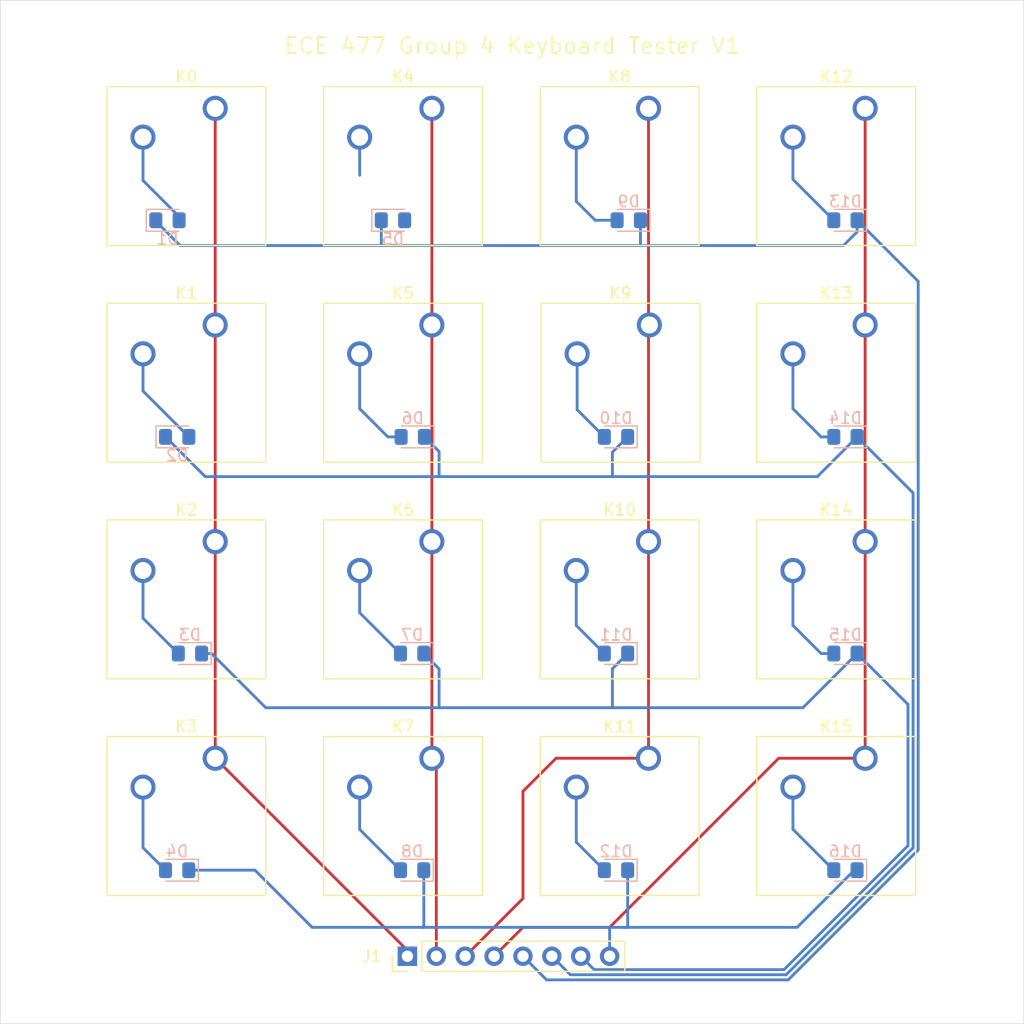
<source format=kicad_pcb>
(kicad_pcb (version 20211014) (generator pcbnew)
  (layers (0 "F.Cu" signal) (31 "B.Cu" signal) (34 "B.Paste" user) (35 "F.Paste" user) (36 "B.SilkS" user "B.Silkscreen") (37 "F.SilkS" user "F.Silkscreen") (38 "B.Mask" user) (39 "F.Mask" user) (44 "Edge.Cuts" user))
  (net 0 "")
  (net 1 "Net-(D1-Pad2)")
  (net 2 "/row0")
  (net 3 "Net-(D2-Pad2)")
  (net 4 "/row1")
  (net 5 "Net-(D3-Pad2)")
  (net 6 "/row2")
  (net 7 "Net-(D4-Pad2)")
  (net 8 "/row3")
  (net 9 "Net-(D5-Pad2)")
  (net 10 "Net-(D6-Pad2)")
  (net 11 "Net-(D7-Pad2)")
  (net 12 "Net-(D8-Pad2)")
  (net 13 "Net-(D9-Pad2)")
  (net 14 "Net-(D10-Pad2)")
  (net 15 "Net-(D11-Pad2)")
  (net 16 "Net-(D12-Pad2)")
  (net 17 "Net-(D13-Pad2)")
  (net 18 "Net-(D14-Pad2)")
  (net 19 "Net-(D15-Pad2)")
  (net 20 "Net-(D16-Pad2)")
  (net 21 "/col0")
  (net 22 "/col1")
  (net 23 "/col2")
  (net 24 "/col3")
  (footprint "Button_Switch_Keyboard:SW_Cherry_MX_1.00u_PCB" (layer "F.Cu") (at 33.9 24.5)
    (fp_text reference "K0" (at -2.54 -2.794) (layer "F.SilkS"))
    (fp_text value "KEYSW")
    (fp_line (start 4.445 12.065) (end -9.525 12.065) (layer "F.SilkS") (width 0.12))
    (fp_line (start -9.525 -1.905) (end 4.445 -1.905) (layer "F.SilkS") (width 0.12))
    (fp_line (start -9.525 12.065) (end -9.525 -1.905) (layer "F.SilkS") (width 0.12))
    (fp_line (start 4.445 -1.905) (end 4.445 12.065) (layer "F.SilkS") (width 0.12))
    (pad "" np_thru_hole circle (at 2.54 5.08) (size 1.7 1.7) (drill 1.7) (layers *.Cu *.Mask))
    (pad "" np_thru_hole circle (at -2.54 5.08) (size 4 4) (drill 4) (layers *.Cu *.Mask))
    (pad "" np_thru_hole circle (at -7.62 5.08) (size 1.7 1.7) (drill 1.7) (layers *.Cu *.Mask))
    (pad "1" thru_hole circle (at 0 0) (size 2.2 2.2) (drill 1.5) (layers *.Cu *.Mask) (net 21 "/col0"))
    (pad "2" thru_hole circle (at -6.35 2.54) (size 2.2 2.2) (drill 1.5) (layers *.Cu *.Mask) (net 1 "Net-(D1-Pad2)"))
  )
  (footprint "Button_Switch_Keyboard:SW_Cherry_MX_1.00u_PCB" (layer "F.Cu") (at 33.9 43.55)
    (fp_text reference "K1" (at -2.54 -2.794) (layer "F.SilkS"))
    (fp_text value "KEYSW")
    (fp_line (start -9.525 12.065) (end -9.525 -1.905) (layer "F.SilkS") (width 0.12))
    (fp_line (start -9.525 -1.905) (end 4.445 -1.905) (layer "F.SilkS") (width 0.12))
    (fp_line (start 4.445 12.065) (end -9.525 12.065) (layer "F.SilkS") (width 0.12))
    (fp_line (start 4.445 -1.905) (end 4.445 12.065) (layer "F.SilkS") (width 0.12))
    (pad "" np_thru_hole circle (at -7.62 5.08) (size 1.7 1.7) (drill 1.7) (layers *.Cu *.Mask))
    (pad "" np_thru_hole circle (at 2.54 5.08) (size 1.7 1.7) (drill 1.7) (layers *.Cu *.Mask))
    (pad "" np_thru_hole circle (at -2.54 5.08) (size 4 4) (drill 4) (layers *.Cu *.Mask))
    (pad "1" thru_hole circle (at 0 0) (size 2.2 2.2) (drill 1.5) (layers *.Cu *.Mask) (net 21 "/col0"))
    (pad "2" thru_hole circle (at -6.35 2.54) (size 2.2 2.2) (drill 1.5) (layers *.Cu *.Mask) (net 3 "Net-(D2-Pad2)"))
  )
  (footprint "Button_Switch_Keyboard:SW_Cherry_MX_1.00u_PCB" (layer "F.Cu") (at 33.9 62.6)
    (fp_text reference "K2" (at -2.54 -2.794) (layer "F.SilkS"))
    (fp_text value "KEYSW")
    (fp_line (start -9.525 12.065) (end -9.525 -1.905) (layer "F.SilkS") (width 0.12))
    (fp_line (start -9.525 -1.905) (end 4.445 -1.905) (layer "F.SilkS") (width 0.12))
    (fp_line (start 4.445 -1.905) (end 4.445 12.065) (layer "F.SilkS") (width 0.12))
    (fp_line (start 4.445 12.065) (end -9.525 12.065) (layer "F.SilkS") (width 0.12))
    (pad "" np_thru_hole circle (at -2.54 5.08) (size 4 4) (drill 4) (layers *.Cu *.Mask))
    (pad "" np_thru_hole circle (at 2.54 5.08) (size 1.7 1.7) (drill 1.7) (layers *.Cu *.Mask))
    (pad "" np_thru_hole circle (at -7.62 5.08) (size 1.7 1.7) (drill 1.7) (layers *.Cu *.Mask))
    (pad "1" thru_hole circle (at 0 0) (size 2.2 2.2) (drill 1.5) (layers *.Cu *.Mask) (net 21 "/col0"))
    (pad "2" thru_hole circle (at -6.35 2.54) (size 2.2 2.2) (drill 1.5) (layers *.Cu *.Mask) (net 5 "Net-(D3-Pad2)"))
  )
  (footprint "Button_Switch_Keyboard:SW_Cherry_MX_1.00u_PCB" (layer "F.Cu") (at 33.9 81.65)
    (fp_text reference "K3" (at -2.54 -2.794) (layer "F.SilkS"))
    (fp_text value "KEYSW")
    (fp_line (start -9.525 12.065) (end -9.525 -1.905) (layer "F.SilkS") (width 0.12))
    (fp_line (start 4.445 12.065) (end -9.525 12.065) (layer "F.SilkS") (width 0.12))
    (fp_line (start 4.445 -1.905) (end 4.445 12.065) (layer "F.SilkS") (width 0.12))
    (fp_line (start -9.525 -1.905) (end 4.445 -1.905) (layer "F.SilkS") (width 0.12))
    (pad "" np_thru_hole circle (at -7.62 5.08) (size 1.7 1.7) (drill 1.7) (layers *.Cu *.Mask))
    (pad "" np_thru_hole circle (at -2.54 5.08) (size 4 4) (drill 4) (layers *.Cu *.Mask))
    (pad "" np_thru_hole circle (at 2.54 5.08) (size 1.7 1.7) (drill 1.7) (layers *.Cu *.Mask))
    (pad "1" thru_hole circle (at 0 0) (size 2.2 2.2) (drill 1.5) (layers *.Cu *.Mask) (net 21 "/col0"))
    (pad "2" thru_hole circle (at -6.35 2.54) (size 2.2 2.2) (drill 1.5) (layers *.Cu *.Mask) (net 7 "Net-(D4-Pad2)"))
  )
  (footprint "Button_Switch_Keyboard:SW_Cherry_MX_1.00u_PCB" (layer "F.Cu") (at 52.95 24.5)
    (fp_text reference "K4" (at -2.54 -2.794) (layer "F.SilkS"))
    (fp_text value "KEYSW")
    (fp_line (start -9.525 12.065) (end -9.525 -1.905) (layer "F.SilkS") (width 0.12))
    (fp_line (start 4.445 -1.905) (end 4.445 12.065) (layer "F.SilkS") (width 0.12))
    (fp_line (start 4.445 12.065) (end -9.525 12.065) (layer "F.SilkS") (width 0.12))
    (fp_line (start -9.525 -1.905) (end 4.445 -1.905) (layer "F.SilkS") (width 0.12))
    (pad "" np_thru_hole circle (at -7.62 5.08) (size 1.7 1.7) (drill 1.7) (layers *.Cu *.Mask))
    (pad "" np_thru_hole circle (at -2.54 5.08) (size 4 4) (drill 4) (layers *.Cu *.Mask))
    (pad "" np_thru_hole circle (at 2.54 5.08) (size 1.7 1.7) (drill 1.7) (layers *.Cu *.Mask))
    (pad "1" thru_hole circle (at 0 0) (size 2.2 2.2) (drill 1.5) (layers *.Cu *.Mask) (net 22 "/col1"))
    (pad "2" thru_hole circle (at -6.35 2.54) (size 2.2 2.2) (drill 1.5) (layers *.Cu *.Mask) (net 9 "Net-(D5-Pad2)"))
  )
  (footprint "Button_Switch_Keyboard:SW_Cherry_MX_1.00u_PCB" (layer "F.Cu") (at 52.95 43.55)
    (fp_text reference "K5" (at -2.54 -2.794) (layer "F.SilkS"))
    (fp_text value "KEYSW")
    (fp_line (start -9.525 12.065) (end -9.525 -1.905) (layer "F.SilkS") (width 0.12))
    (fp_line (start -9.525 -1.905) (end 4.445 -1.905) (layer "F.SilkS") (width 0.12))
    (fp_line (start 4.445 12.065) (end -9.525 12.065) (layer "F.SilkS") (width 0.12))
    (fp_line (start 4.445 -1.905) (end 4.445 12.065) (layer "F.SilkS") (width 0.12))
    (pad "" np_thru_hole circle (at -7.62 5.08) (size 1.7 1.7) (drill 1.7) (layers *.Cu *.Mask))
    (pad "" np_thru_hole circle (at 2.54 5.08) (size 1.7 1.7) (drill 1.7) (layers *.Cu *.Mask))
    (pad "" np_thru_hole circle (at -2.54 5.08) (size 4 4) (drill 4) (layers *.Cu *.Mask))
    (pad "1" thru_hole circle (at 0 0) (size 2.2 2.2) (drill 1.5) (layers *.Cu *.Mask) (net 22 "/col1"))
    (pad "2" thru_hole circle (at -6.35 2.54) (size 2.2 2.2) (drill 1.5) (layers *.Cu *.Mask) (net 10 "Net-(D6-Pad2)"))
  )
  (footprint "Button_Switch_Keyboard:SW_Cherry_MX_1.00u_PCB" (layer "F.Cu") (at 52.95 62.6)
    (fp_text reference "K6" (at -2.54 -2.794) (layer "F.SilkS"))
    (fp_text value "KEYSW")
    (fp_line (start -9.525 12.065) (end -9.525 -1.905) (layer "F.SilkS") (width 0.12))
    (fp_line (start 4.445 12.065) (end -9.525 12.065) (layer "F.SilkS") (width 0.12))
    (fp_line (start 4.445 -1.905) (end 4.445 12.065) (layer "F.SilkS") (width 0.12))
    (fp_line (start -9.525 -1.905) (end 4.445 -1.905) (layer "F.SilkS") (width 0.12))
    (pad "" np_thru_hole circle (at -7.62 5.08) (size 1.7 1.7) (drill 1.7) (layers *.Cu *.Mask))
    (pad "" np_thru_hole circle (at 2.54 5.08) (size 1.7 1.7) (drill 1.7) (layers *.Cu *.Mask))
    (pad "" np_thru_hole circle (at -2.54 5.08) (size 4 4) (drill 4) (layers *.Cu *.Mask))
    (pad "1" thru_hole circle (at 0 0) (size 2.2 2.2) (drill 1.5) (layers *.Cu *.Mask) (net 22 "/col1"))
    (pad "2" thru_hole circle (at -6.35 2.54) (size 2.2 2.2) (drill 1.5) (layers *.Cu *.Mask) (net 11 "Net-(D7-Pad2)"))
  )
  (footprint "Button_Switch_Keyboard:SW_Cherry_MX_1.00u_PCB" (layer "F.Cu") (at 52.95 81.65)
    (fp_text reference "K7" (at -2.54 -2.794) (layer "F.SilkS"))
    (fp_text value "KEYSW")
    (fp_line (start -9.525 12.065) (end -9.525 -1.905) (layer "F.SilkS") (width 0.12))
    (fp_line (start -9.525 -1.905) (end 4.445 -1.905) (layer "F.SilkS") (width 0.12))
    (fp_line (start 4.445 -1.905) (end 4.445 12.065) (layer "F.SilkS") (width 0.12))
    (fp_line (start 4.445 12.065) (end -9.525 12.065) (layer "F.SilkS") (width 0.12))
    (pad "" np_thru_hole circle (at -2.54 5.08) (size 4 4) (drill 4) (layers *.Cu *.Mask))
    (pad "" np_thru_hole circle (at -7.62 5.08) (size 1.7 1.7) (drill 1.7) (layers *.Cu *.Mask))
    (pad "" np_thru_hole circle (at 2.54 5.08) (size 1.7 1.7) (drill 1.7) (layers *.Cu *.Mask))
    (pad "1" thru_hole circle (at 0 0) (size 2.2 2.2) (drill 1.5) (layers *.Cu *.Mask) (net 22 "/col1"))
    (pad "2" thru_hole circle (at -6.35 2.54) (size 2.2 2.2) (drill 1.5) (layers *.Cu *.Mask) (net 12 "Net-(D8-Pad2)"))
  )
  (footprint "Button_Switch_Keyboard:SW_Cherry_MX_1.00u_PCB" (layer "F.Cu") (at 72 24.5)
    (fp_text reference "K8" (at -2.54 -2.794) (layer "F.SilkS"))
    (fp_text value "KEYSW")
    (fp_line (start -9.525 -1.905) (end 4.445 -1.905) (layer "F.SilkS") (width 0.12))
    (fp_line (start -9.525 12.065) (end -9.525 -1.905) (layer "F.SilkS") (width 0.12))
    (fp_line (start 4.445 12.065) (end -9.525 12.065) (layer "F.SilkS") (width 0.12))
    (fp_line (start 4.445 -1.905) (end 4.445 12.065) (layer "F.SilkS") (width 0.12))
    (pad "" np_thru_hole circle (at 2.54 5.08) (size 1.7 1.7) (drill 1.7) (layers *.Cu *.Mask))
    (pad "" np_thru_hole circle (at -2.54 5.08) (size 4 4) (drill 4) (layers *.Cu *.Mask))
    (pad "" np_thru_hole circle (at -7.62 5.08) (size 1.7 1.7) (drill 1.7) (layers *.Cu *.Mask))
    (pad "1" thru_hole circle (at 0 0) (size 2.2 2.2) (drill 1.5) (layers *.Cu *.Mask) (net 23 "/col2"))
    (pad "2" thru_hole circle (at -6.35 2.54) (size 2.2 2.2) (drill 1.5) (layers *.Cu *.Mask) (net 13 "Net-(D9-Pad2)"))
  )
  (footprint "Button_Switch_Keyboard:SW_Cherry_MX_1.00u_PCB" (layer "F.Cu") (at 72.075001 43.55)
    (fp_text reference "K9" (at -2.54 -2.794) (layer "F.SilkS"))
    (fp_text value "KEYSW")
    (fp_line (start -9.525 12.065) (end -9.525 -1.905) (layer "F.SilkS") (width 0.12))
    (fp_line (start 4.445 12.065) (end -9.525 12.065) (layer "F.SilkS") (width 0.12))
    (fp_line (start 4.445 -1.905) (end 4.445 12.065) (layer "F.SilkS") (width 0.12))
    (fp_line (start -9.525 -1.905) (end 4.445 -1.905) (layer "F.SilkS") (width 0.12))
    (pad "" np_thru_hole circle (at -2.54 5.08) (size 4 4) (drill 4) (layers *.Cu *.Mask))
    (pad "" np_thru_hole circle (at -7.62 5.08) (size 1.7 1.7) (drill 1.7) (layers *.Cu *.Mask))
    (pad "" np_thru_hole circle (at 2.54 5.08) (size 1.7 1.7) (drill 1.7) (layers *.Cu *.Mask))
    (pad "1" thru_hole circle (at 0 0) (size 2.2 2.2) (drill 1.5) (layers *.Cu *.Mask) (net 23 "/col2"))
    (pad "2" thru_hole circle (at -6.35 2.54) (size 2.2 2.2) (drill 1.5) (layers *.Cu *.Mask) (net 14 "Net-(D10-Pad2)"))
  )
  (footprint "Button_Switch_Keyboard:SW_Cherry_MX_1.00u_PCB" (layer "F.Cu") (at 72 62.6)
    (fp_text reference "K10" (at -2.54 -2.794) (layer "F.SilkS"))
    (fp_text value "KEYSW")
    (fp_line (start -9.525 -1.905) (end 4.445 -1.905) (layer "F.SilkS") (width 0.12))
    (fp_line (start 4.445 12.065) (end -9.525 12.065) (layer "F.SilkS") (width 0.12))
    (fp_line (start -9.525 12.065) (end -9.525 -1.905) (layer "F.SilkS") (width 0.12))
    (fp_line (start 4.445 -1.905) (end 4.445 12.065) (layer "F.SilkS") (width 0.12))
    (pad "" np_thru_hole circle (at -7.62 5.08) (size 1.7 1.7) (drill 1.7) (layers *.Cu *.Mask))
    (pad "" np_thru_hole circle (at -2.54 5.08) (size 4 4) (drill 4) (layers *.Cu *.Mask))
    (pad "" np_thru_hole circle (at 2.54 5.08) (size 1.7 1.7) (drill 1.7) (layers *.Cu *.Mask))
    (pad "1" thru_hole circle (at 0 0) (size 2.2 2.2) (drill 1.5) (layers *.Cu *.Mask) (net 23 "/col2"))
    (pad "2" thru_hole circle (at -6.35 2.54) (size 2.2 2.2) (drill 1.5) (layers *.Cu *.Mask) (net 15 "Net-(D11-Pad2)"))
  )
  (footprint "Button_Switch_Keyboard:SW_Cherry_MX_1.00u_PCB" (layer "F.Cu") (at 72 81.65)
    (fp_text reference "K11" (at -2.54 -2.794) (layer "F.SilkS"))
    (fp_text value "KEYSW")
    (fp_line (start -9.525 -1.905) (end 4.445 -1.905) (layer "F.SilkS") (width 0.12))
    (fp_line (start 4.445 -1.905) (end 4.445 12.065) (layer "F.SilkS") (width 0.12))
    (fp_line (start -9.525 12.065) (end -9.525 -1.905) (layer "F.SilkS") (width 0.12))
    (fp_line (start 4.445 12.065) (end -9.525 12.065) (layer "F.SilkS") (width 0.12))
    (pad "" np_thru_hole circle (at -7.62 5.08) (size 1.7 1.7) (drill 1.7) (layers *.Cu *.Mask))
    (pad "" np_thru_hole circle (at 2.54 5.08) (size 1.7 1.7) (drill 1.7) (layers *.Cu *.Mask))
    (pad "" np_thru_hole circle (at -2.54 5.08) (size 4 4) (drill 4) (layers *.Cu *.Mask))
    (pad "1" thru_hole circle (at 0 0) (size 2.2 2.2) (drill 1.5) (layers *.Cu *.Mask) (net 23 "/col2"))
    (pad "2" thru_hole circle (at -6.35 2.54) (size 2.2 2.2) (drill 1.5) (layers *.Cu *.Mask) (net 16 "Net-(D12-Pad2)"))
  )
  (footprint "Button_Switch_Keyboard:SW_Cherry_MX_1.00u_PCB" (layer "F.Cu") (at 91.05 24.5)
    (fp_text reference "K12" (at -2.54 -2.794) (layer "F.SilkS"))
    (fp_text value "KEYSW")
    (fp_line (start -9.525 -1.905) (end 4.445 -1.905) (layer "F.SilkS") (width 0.12))
    (fp_line (start 4.445 12.065) (end -9.525 12.065) (layer "F.SilkS") (width 0.12))
    (fp_line (start 4.445 -1.905) (end 4.445 12.065) (layer "F.SilkS") (width 0.12))
    (fp_line (start -9.525 12.065) (end -9.525 -1.905) (layer "F.SilkS") (width 0.12))
    (pad "" np_thru_hole circle (at 2.54 5.08) (size 1.7 1.7) (drill 1.7) (layers *.Cu *.Mask))
    (pad "" np_thru_hole circle (at -2.54 5.08) (size 4 4) (drill 4) (layers *.Cu *.Mask))
    (pad "" np_thru_hole circle (at -7.62 5.08) (size 1.7 1.7) (drill 1.7) (layers *.Cu *.Mask))
    (pad "1" thru_hole circle (at 0 0) (size 2.2 2.2) (drill 1.5) (layers *.Cu *.Mask) (net 24 "/col3"))
    (pad "2" thru_hole circle (at -6.35 2.54) (size 2.2 2.2) (drill 1.5) (layers *.Cu *.Mask) (net 17 "Net-(D13-Pad2)"))
  )
  (footprint "Button_Switch_Keyboard:SW_Cherry_MX_1.00u_PCB" (layer "F.Cu") (at 91.05 43.55)
    (fp_text reference "K13" (at -2.54 -2.794) (layer "F.SilkS"))
    (fp_text value "KEYSW")
    (fp_line (start -9.525 12.065) (end -9.525 -1.905) (layer "F.SilkS") (width 0.12))
    (fp_line (start 4.445 -1.905) (end 4.445 12.065) (layer "F.SilkS") (width 0.12))
    (fp_line (start 4.445 12.065) (end -9.525 12.065) (layer "F.SilkS") (width 0.12))
    (fp_line (start -9.525 -1.905) (end 4.445 -1.905) (layer "F.SilkS") (width 0.12))
    (pad "" np_thru_hole circle (at -7.62 5.08) (size 1.7 1.7) (drill 1.7) (layers *.Cu *.Mask))
    (pad "" np_thru_hole circle (at 2.54 5.08) (size 1.7 1.7) (drill 1.7) (layers *.Cu *.Mask))
    (pad "" np_thru_hole circle (at -2.54 5.08) (size 4 4) (drill 4) (layers *.Cu *.Mask))
    (pad "1" thru_hole circle (at 0 0) (size 2.2 2.2) (drill 1.5) (layers *.Cu *.Mask) (net 24 "/col3"))
    (pad "2" thru_hole circle (at -6.35 2.54) (size 2.2 2.2) (drill 1.5) (layers *.Cu *.Mask) (net 18 "Net-(D14-Pad2)"))
  )
  (footprint "Button_Switch_Keyboard:SW_Cherry_MX_1.00u_PCB" (layer "F.Cu") (at 91.05 62.6)
    (fp_text reference "K14" (at -2.54 -2.794) (layer "F.SilkS"))
    (fp_text value "KEYSW")
    (fp_line (start 4.445 12.065) (end -9.525 12.065) (layer "F.SilkS") (width 0.12))
    (fp_line (start -9.525 -1.905) (end 4.445 -1.905) (layer "F.SilkS") (width 0.12))
    (fp_line (start -9.525 12.065) (end -9.525 -1.905) (layer "F.SilkS") (width 0.12))
    (fp_line (start 4.445 -1.905) (end 4.445 12.065) (layer "F.SilkS") (width 0.12))
    (pad "" np_thru_hole circle (at 2.54 5.08) (size 1.7 1.7) (drill 1.7) (layers *.Cu *.Mask))
    (pad "" np_thru_hole circle (at -7.62 5.08) (size 1.7 1.7) (drill 1.7) (layers *.Cu *.Mask))
    (pad "" np_thru_hole circle (at -2.54 5.08) (size 4 4) (drill 4) (layers *.Cu *.Mask))
    (pad "1" thru_hole circle (at 0 0) (size 2.2 2.2) (drill 1.5) (layers *.Cu *.Mask) (net 24 "/col3"))
    (pad "2" thru_hole circle (at -6.35 2.54) (size 2.2 2.2) (drill 1.5) (layers *.Cu *.Mask) (net 19 "Net-(D15-Pad2)"))
  )
  (footprint "Button_Switch_Keyboard:SW_Cherry_MX_1.00u_PCB" (layer "F.Cu") (at 91.05 81.65)
    (fp_text reference "K15" (at -2.54 -2.794) (layer "F.SilkS"))
    (fp_text value "KEYSW")
    (fp_line (start -9.525 -1.905) (end 4.445 -1.905) (layer "F.SilkS") (width 0.12))
    (fp_line (start -9.525 12.065) (end -9.525 -1.905) (layer "F.SilkS") (width 0.12))
    (fp_line (start 4.445 12.065) (end -9.525 12.065) (layer "F.SilkS") (width 0.12))
    (fp_line (start 4.445 -1.905) (end 4.445 12.065) (layer "F.SilkS") (width 0.12))
    (pad "" np_thru_hole circle (at -2.54 5.08) (size 4 4) (drill 4) (layers *.Cu *.Mask))
    (pad "" np_thru_hole circle (at -7.62 5.08) (size 1.7 1.7) (drill 1.7) (layers *.Cu *.Mask))
    (pad "" np_thru_hole circle (at 2.54 5.08) (size 1.7 1.7) (drill 1.7) (layers *.Cu *.Mask))
    (pad "1" thru_hole circle (at 0 0) (size 2.2 2.2) (drill 1.5) (layers *.Cu *.Mask) (net 24 "/col3"))
    (pad "2" thru_hole circle (at -6.35 2.54) (size 2.2 2.2) (drill 1.5) (layers *.Cu *.Mask) (net 20 "Net-(D16-Pad2)"))
  )
  (footprint "Connector_PinHeader_2.54mm:PinHeader_1x08_P2.54mm_Vertical" (layer "F.Cu") (at 50.8 99.06 90)
    (fp_text reference "J1" (at 0 -3.125 180) (layer "F.SilkS"))
    (fp_text value "Conn_01x08_Male" hide)
    (fp_line (start -1.33 1.27) (end 1.33 1.27) (layer "F.SilkS") (width 0.12))
    (fp_line (start -1.33 -1.33) (end 0 -1.33) (layer "F.SilkS") (width 0.12))
    (fp_line (start 1.33 1.27) (end 1.33 19.11) (layer "F.SilkS") (width 0.12))
    (fp_line (start -1.33 19.11) (end 1.33 19.11) (layer "F.SilkS") (width 0.12))
    (fp_line (start -1.33 1.27) (end -1.33 19.11) (layer "F.SilkS") (width 0.12))
    (fp_line (start -1.33 0) (end -1.33 -1.33) (layer "F.SilkS") (width 0.12))
    (pad "1" thru_hole rect (at 0 0 90) (size 1.7 1.7) (drill 1) (layers *.Cu *.Mask) (net 21 "/col0"))
    (pad "2" thru_hole oval (at 0 2.54 90) (size 1.7 1.7) (drill 1) (layers *.Cu *.Mask) (net 22 "/col1"))
    (pad "3" thru_hole oval (at 0 5.08 90) (size 1.7 1.7) (drill 1) (layers *.Cu *.Mask) (net 23 "/col2"))
    (pad "4" thru_hole oval (at 0 7.62 90) (size 1.7 1.7) (drill 1) (layers *.Cu *.Mask) (net 24 "/col3"))
    (pad "5" thru_hole oval (at 0 10.16 90) (size 1.7 1.7) (drill 1) (layers *.Cu *.Mask) (net 2 "/row0"))
    (pad "6" thru_hole oval (at 0 12.7 90) (size 1.7 1.7) (drill 1) (layers *.Cu *.Mask) (net 4 "/row1"))
    (pad "7" thru_hole oval (at 0 15.24 90) (size 1.7 1.7) (drill 1) (layers *.Cu *.Mask) (net 6 "/row2"))
    (pad "8" thru_hole oval (at 0 17.78 90) (size 1.7 1.7) (drill 1) (layers *.Cu *.Mask) (net 8 "/row3"))
  )
  (footprint "Diode_SMD:D_0805_2012Metric_Pad1.15x1.40mm_HandSolder" (layer "B.Cu") (at 29.7 34.3425)
    (fp_text reference "D1" (at 0 1.65 180) (layer "B.SilkS") (effects (justify mirror)))
    (fp_text value "D")
    (fp_line (start -1.86 -0.96) (end 1 -0.96) (layer "B.SilkS") (width 0.12))
    (fp_line (start -1.86 0.96) (end -1.86 -0.96) (layer "B.SilkS") (width 0.12))
    (fp_line (start 1 0.96) (end -1.86 0.96) (layer "B.SilkS") (width 0.12))
    (pad "1" smd roundrect (at -1.025 0) (size 1.15 1.4) (layers "B.Cu" "B.Paste" "B.Mask") (roundrect_rratio 0.217391) (net 2 "/row0"))
    (pad "2" smd roundrect (at 1.025 0) (size 1.15 1.4) (layers "B.Cu" "B.Paste" "B.Mask") (roundrect_rratio 0.217391) (net 1 "Net-(D1-Pad2)"))
  )
  (footprint "Diode_SMD:D_0805_2012Metric_Pad1.15x1.40mm_HandSolder" (layer "B.Cu") (at 30.55375 53.3925)
    (fp_text reference "D2" (at 0 1.65 180) (layer "B.SilkS") (effects (justify mirror)))
    (fp_text value "D")
    (fp_line (start -1.86 0.96) (end -1.86 -0.96) (layer "B.SilkS") (width 0.12))
    (fp_line (start 1 0.96) (end -1.86 0.96) (layer "B.SilkS") (width 0.12))
    (fp_line (start -1.86 -0.96) (end 1 -0.96) (layer "B.SilkS") (width 0.12))
    (pad "1" smd roundrect (at -1.025 0) (size 1.15 1.4) (layers "B.Cu" "B.Paste" "B.Mask") (roundrect_rratio 0.217391) (net 4 "/row1"))
    (pad "2" smd roundrect (at 1.025 0) (size 1.15 1.4) (layers "B.Cu" "B.Paste" "B.Mask") (roundrect_rratio 0.217391) (net 3 "Net-(D2-Pad2)"))
  )
  (footprint "Diode_SMD:D_0805_2012Metric_Pad1.15x1.40mm_HandSolder" (layer "B.Cu") (at 31.67875 72.4425 180)
    (fp_text reference "D3" (at 0 1.65) (layer "B.SilkS") (effects (justify mirror)))
    (fp_text value "D")
    (fp_line (start 1 0.96) (end -1.86 0.96) (layer "B.SilkS") (width 0.12))
    (fp_line (start -1.86 0.96) (end -1.86 -0.96) (layer "B.SilkS") (width 0.12))
    (fp_line (start -1.86 -0.96) (end 1 -0.96) (layer "B.SilkS") (width 0.12))
    (pad "1" smd roundrect (at -1.025 0 180) (size 1.15 1.4) (layers "B.Cu" "B.Paste" "B.Mask") (roundrect_rratio 0.217391) (net 6 "/row2"))
    (pad "2" smd roundrect (at 1.025 0 180) (size 1.15 1.4) (layers "B.Cu" "B.Paste" "B.Mask") (roundrect_rratio 0.217391) (net 5 "Net-(D3-Pad2)"))
  )
  (footprint "Diode_SMD:D_0805_2012Metric_Pad1.15x1.40mm_HandSolder" (layer "B.Cu") (at 30.55375 91.4925 180)
    (fp_text reference "D4" (at 0 1.65) (layer "B.SilkS") (effects (justify mirror)))
    (fp_text value "D")
    (fp_line (start -1.86 0.96) (end -1.86 -0.96) (layer "B.SilkS") (width 0.12))
    (fp_line (start 1 0.96) (end -1.86 0.96) (layer "B.SilkS") (width 0.12))
    (fp_line (start -1.86 -0.96) (end 1 -0.96) (layer "B.SilkS") (width 0.12))
    (pad "1" smd roundrect (at -1.025 0 180) (size 1.15 1.4) (layers "B.Cu" "B.Paste" "B.Mask") (roundrect_rratio 0.217391) (net 8 "/row3"))
    (pad "2" smd roundrect (at 1.025 0 180) (size 1.15 1.4) (layers "B.Cu" "B.Paste" "B.Mask") (roundrect_rratio 0.217391) (net 7 "Net-(D4-Pad2)"))
  )
  (footprint "Diode_SMD:D_0805_2012Metric_Pad1.15x1.40mm_HandSolder" (layer "B.Cu") (at 49.53 34.3425)
    (fp_text reference "D5" (at 0 1.65) (layer "B.SilkS") (effects (justify mirror)))
    (fp_text value "D")
    (fp_line (start -1.86 -0.96) (end 1 -0.96) (layer "B.SilkS") (width 0.12))
    (fp_line (start 1 0.96) (end -1.86 0.96) (layer "B.SilkS") (width 0.12))
    (fp_line (start -1.86 0.96) (end -1.86 -0.96) (layer "B.SilkS") (width 0.12))
    (pad "1" smd roundrect (at -1.025 0) (size 1.15 1.4) (layers "B.Cu" "B.Paste" "B.Mask") (roundrect_rratio 0.217391) (net 2 "/row0"))
    (pad "2" smd roundrect (at 1.025 0) (size 1.15 1.4) (layers "B.Cu" "B.Paste" "B.Mask") (roundrect_rratio 0.217391) (net 9 "Net-(D5-Pad2)"))
  )
  (footprint "Diode_SMD:D_0805_2012Metric_Pad1.15x1.40mm_HandSolder" (layer "B.Cu") (at 51.2725 53.3925 180)
    (fp_text reference "D6" (at 0 1.65) (layer "B.SilkS") (effects (justify mirror)))
    (fp_text value "D")
    (fp_line (start 1 0.96) (end -1.86 0.96) (layer "B.SilkS") (width 0.12))
    (fp_line (start -1.86 0.96) (end -1.86 -0.96) (layer "B.SilkS") (width 0.12))
    (fp_line (start -1.86 -0.96) (end 1 -0.96) (layer "B.SilkS") (width 0.12))
    (pad "1" smd roundrect (at -1.025 0 180) (size 1.15 1.4) (layers "B.Cu" "B.Paste" "B.Mask") (roundrect_rratio 0.217391) (net 4 "/row1"))
    (pad "2" smd roundrect (at 1.025 0 180) (size 1.15 1.4) (layers "B.Cu" "B.Paste" "B.Mask") (roundrect_rratio 0.217391) (net 10 "Net-(D6-Pad2)"))
  )
  (footprint "Diode_SMD:D_0805_2012Metric_Pad1.15x1.40mm_HandSolder" (layer "B.Cu") (at 51.21625 72.4425 180)
    (fp_text reference "D7" (at 0 1.65) (layer "B.SilkS") (effects (justify mirror)))
    (fp_text value "D")
    (fp_line (start -1.86 0.96) (end -1.86 -0.96) (layer "B.SilkS") (width 0.12))
    (fp_line (start -1.86 -0.96) (end 1 -0.96) (layer "B.SilkS") (width 0.12))
    (fp_line (start 1 0.96) (end -1.86 0.96) (layer "B.SilkS") (width 0.12))
    (pad "1" smd roundrect (at -1.025 0 180) (size 1.15 1.4) (layers "B.Cu" "B.Paste" "B.Mask") (roundrect_rratio 0.217391) (net 6 "/row2"))
    (pad "2" smd roundrect (at 1.025 0 180) (size 1.15 1.4) (layers "B.Cu" "B.Paste" "B.Mask") (roundrect_rratio 0.217391) (net 11 "Net-(D7-Pad2)"))
  )
  (footprint "Diode_SMD:D_0805_2012Metric_Pad1.15x1.40mm_HandSolder" (layer "B.Cu") (at 51.21625 91.4925 180)
    (fp_text reference "D8" (at 0 1.65) (layer "B.SilkS") (effects (justify mirror)))
    (fp_text value "D")
    (fp_line (start 1 0.96) (end -1.86 0.96) (layer "B.SilkS") (width 0.12))
    (fp_line (start -1.86 -0.96) (end 1 -0.96) (layer "B.SilkS") (width 0.12))
    (fp_line (start -1.86 0.96) (end -1.86 -0.96) (layer "B.SilkS") (width 0.12))
    (pad "1" smd roundrect (at -1.025 0 180) (size 1.15 1.4) (layers "B.Cu" "B.Paste" "B.Mask") (roundrect_rratio 0.217391) (net 8 "/row3"))
    (pad "2" smd roundrect (at 1.025 0 180) (size 1.15 1.4) (layers "B.Cu" "B.Paste" "B.Mask") (roundrect_rratio 0.217391) (net 12 "Net-(D8-Pad2)"))
  )
  (footprint "Diode_SMD:D_0805_2012Metric_Pad1.15x1.40mm_HandSolder" (layer "B.Cu") (at 70.26625 34.3425 180)
    (fp_text reference "D9" (at 0 1.65) (layer "B.SilkS") (effects (justify mirror)))
    (fp_text value "D")
    (fp_line (start 1 0.96) (end -1.86 0.96) (layer "B.SilkS") (width 0.12))
    (fp_line (start -1.86 0.96) (end -1.86 -0.96) (layer "B.SilkS") (width 0.12))
    (fp_line (start -1.86 -0.96) (end 1 -0.96) (layer "B.SilkS") (width 0.12))
    (pad "1" smd roundrect (at -1.025 0 180) (size 1.15 1.4) (layers "B.Cu" "B.Paste" "B.Mask") (roundrect_rratio 0.217391) (net 2 "/row0"))
    (pad "2" smd roundrect (at 1.025 0 180) (size 1.15 1.4) (layers "B.Cu" "B.Paste" "B.Mask") (roundrect_rratio 0.217391) (net 13 "Net-(D9-Pad2)"))
  )
  (footprint "Diode_SMD:D_0805_2012Metric_Pad1.15x1.40mm_HandSolder" (layer "B.Cu") (at 69.14125 53.3925 180)
    (fp_text reference "D10" (at 0 1.65) (layer "B.SilkS") (effects (justify mirror)))
    (fp_text value "D")
    (fp_line (start -1.86 0.96) (end -1.86 -0.96) (layer "B.SilkS") (width 0.12))
    (fp_line (start 1 0.96) (end -1.86 0.96) (layer "B.SilkS") (width 0.12))
    (fp_line (start -1.86 -0.96) (end 1 -0.96) (layer "B.SilkS") (width 0.12))
    (pad "1" smd roundrect (at -1.025 0 180) (size 1.15 1.4) (layers "B.Cu" "B.Paste" "B.Mask") (roundrect_rratio 0.217391) (net 4 "/row1"))
    (pad "2" smd roundrect (at 1.025 0 180) (size 1.15 1.4) (layers "B.Cu" "B.Paste" "B.Mask") (roundrect_rratio 0.217391) (net 14 "Net-(D10-Pad2)"))
  )
  (footprint "Diode_SMD:D_0805_2012Metric_Pad1.15x1.40mm_HandSolder" (layer "B.Cu") (at 69.14125 72.4425 180)
    (fp_text reference "D11" (at 0 1.65) (layer "B.SilkS") (effects (justify mirror)))
    (fp_text value "D")
    (fp_line (start 1 0.96) (end -1.86 0.96) (layer "B.SilkS") (width 0.12))
    (fp_line (start -1.86 -0.96) (end 1 -0.96) (layer "B.SilkS") (width 0.12))
    (fp_line (start -1.86 0.96) (end -1.86 -0.96) (layer "B.SilkS") (width 0.12))
    (pad "1" smd roundrect (at -1.025 0 180) (size 1.15 1.4) (layers "B.Cu" "B.Paste" "B.Mask") (roundrect_rratio 0.217391) (net 6 "/row2"))
    (pad "2" smd roundrect (at 1.025 0 180) (size 1.15 1.4) (layers "B.Cu" "B.Paste" "B.Mask") (roundrect_rratio 0.217391) (net 15 "Net-(D11-Pad2)"))
  )
  (footprint "Diode_SMD:D_0805_2012Metric_Pad1.15x1.40mm_HandSolder" (layer "B.Cu") (at 69.14125 91.4925 180)
    (fp_text reference "D12" (at 0 1.65) (layer "B.SilkS") (effects (justify mirror)))
    (fp_text value "D")
    (fp_line (start 1 0.96) (end -1.86 0.96) (layer "B.SilkS") (width 0.12))
    (fp_line (start -1.86 0.96) (end -1.86 -0.96) (layer "B.SilkS") (width 0.12))
    (fp_line (start -1.86 -0.96) (end 1 -0.96) (layer "B.SilkS") (width 0.12))
    (pad "1" smd roundrect (at -1.025 0 180) (size 1.15 1.4) (layers "B.Cu" "B.Paste" "B.Mask") (roundrect_rratio 0.217391) (net 8 "/row3"))
    (pad "2" smd roundrect (at 1.025 0 180) (size 1.15 1.4) (layers "B.Cu" "B.Paste" "B.Mask") (roundrect_rratio 0.217391) (net 16 "Net-(D12-Pad2)"))
  )
  (footprint "Diode_SMD:D_0805_2012Metric_Pad1.15x1.40mm_HandSolder" (layer "B.Cu") (at 89.31625 34.3425 180)
    (fp_text reference "D13" (at 0 1.65) (layer "B.SilkS") (effects (justify mirror)))
    (fp_text value "D")
    (fp_line (start -1.86 -0.96) (end 1 -0.96) (layer "B.SilkS") (width 0.12))
    (fp_line (start -1.86 0.96) (end -1.86 -0.96) (layer "B.SilkS") (width 0.12))
    (fp_line (start 1 0.96) (end -1.86 0.96) (layer "B.SilkS") (width 0.12))
    (pad "1" smd roundrect (at -1.025 0 180) (size 1.15 1.4) (layers "B.Cu" "B.Paste" "B.Mask") (roundrect_rratio 0.217391) (net 2 "/row0"))
    (pad "2" smd roundrect (at 1.025 0 180) (size 1.15 1.4) (layers "B.Cu" "B.Paste" "B.Mask") (roundrect_rratio 0.217391) (net 17 "Net-(D13-Pad2)"))
  )
  (footprint "Diode_SMD:D_0805_2012Metric_Pad1.15x1.40mm_HandSolder" (layer "B.Cu") (at 89.31625 53.3925 180)
    (fp_text reference "D14" (at 0 1.65) (layer "B.SilkS") (effects (justify mirror)))
    (fp_text value "D")
    (fp_line (start -1.86 0.96) (end -1.86 -0.96) (layer "B.SilkS") (width 0.12))
    (fp_line (start -1.86 -0.96) (end 1 -0.96) (layer "B.SilkS") (width 0.12))
    (fp_line (start 1 0.96) (end -1.86 0.96) (layer "B.SilkS") (width 0.12))
    (pad "1" smd roundrect (at -1.025 0 180) (size 1.15 1.4) (layers "B.Cu" "B.Paste" "B.Mask") (roundrect_rratio 0.217391) (net 4 "/row1"))
    (pad "2" smd roundrect (at 1.025 0 180) (size 1.15 1.4) (layers "B.Cu" "B.Paste" "B.Mask") (roundrect_rratio 0.217391) (net 18 "Net-(D14-Pad2)"))
  )
  (footprint "Diode_SMD:D_0805_2012Metric_Pad1.15x1.40mm_HandSolder" (layer "B.Cu") (at 89.31625 72.4425 180)
    (fp_text reference "D15" (at 0 1.65) (layer "B.SilkS") (effects (justify mirror)))
    (fp_text value "D")
    (fp_line (start 1 0.96) (end -1.86 0.96) (layer "B.SilkS") (width 0.12))
    (fp_line (start -1.86 0.96) (end -1.86 -0.96) (layer "B.SilkS") (width 0.12))
    (fp_line (start -1.86 -0.96) (end 1 -0.96) (layer "B.SilkS") (width 0.12))
    (pad "1" smd roundrect (at -1.025 0 180) (size 1.15 1.4) (layers "B.Cu" "B.Paste" "B.Mask") (roundrect_rratio 0.217391) (net 6 "/row2"))
    (pad "2" smd roundrect (at 1.025 0 180) (size 1.15 1.4) (layers "B.Cu" "B.Paste" "B.Mask") (roundrect_rratio 0.217391) (net 19 "Net-(D15-Pad2)"))
  )
  (footprint "Diode_SMD:D_0805_2012Metric_Pad1.15x1.40mm_HandSolder" (layer "B.Cu") (at 89.31625 91.4925 180)
    (fp_text reference "D16" (at 0 1.65) (layer "B.SilkS") (effects (justify mirror)))
    (fp_text value "D")
    (fp_line (start 1 0.96) (end -1.86 0.96) (layer "B.SilkS") (width 0.12))
    (fp_line (start -1.86 -0.96) (end 1 -0.96) (layer "B.SilkS") (width 0.12))
    (fp_line (start -1.86 0.96) (end -1.86 -0.96) (layer "B.SilkS") (width 0.12))
    (pad "1" smd roundrect (at -1.025 0 180) (size 1.15 1.4) (layers "B.Cu" "B.Paste" "B.Mask") (roundrect_rratio 0.217391) (net 8 "/row3"))
    (pad "2" smd roundrect (at 1.025 0 180) (size 1.15 1.4) (layers "B.Cu" "B.Paste" "B.Mask") (roundrect_rratio 0.217391) (net 20 "Net-(D16-Pad2)"))
  )
  (gr_line (start 20 105) (end 15 105) (layer "Edge.Cuts") (width 0.05))
  (gr_line (start 105 15) (end 105 105) (layer "Edge.Cuts") (width 0.05))
  (gr_line (start 15 15) (end 105 15) (layer "Edge.Cuts") (width 0.05))
  (gr_line (start 105 105) (end 20 105) (layer "Edge.Cuts") (width 0.05))
  (gr_line (start 15 105) (end 15 15) (layer "Edge.Cuts") (width 0.05))
  (gr_text "ECE 477 Group 4 Keyboard Tester V1" (at 60 19) (layer "F.SilkS") (effects (font (size 1.4 1.4))))
  (segment (start 27.55 30.85) (end 27.55 27.04) (width 0.25) (layer "B.Cu") (net 1))
  (segment (start 30.725 34.3425) (end 30.725 34.025) (width 0.25) (layer "B.Cu") (net 1))
  (segment (start 30.725 34.025) (end 27.55 30.85) (width 0.25) (layer "B.Cu") (net 1))
  (segment (start 60.96 99.06) (end 63.035 101.135) (width 0.25) (layer "B.Cu") (net 2))
  (segment (start 48.505 36.565) (end 71.365 36.565) (width 0.25) (layer "B.Cu") (net 2))
  (segment (start 71.365 36.565) (end 89.145 36.565) (width 0.25) (layer "B.Cu") (net 2))
  (segment (start 28.675 34.3425) (end 28.675 34.42875) (width 0.25) (layer "B.Cu") (net 2))
  (segment (start 30.81125 36.565) (end 48.505 36.565) (width 0.25) (layer "B.Cu") (net 2))
  (segment (start 95.715001 39.716251) (end 90.34125 34.3425) (width 0.25) (layer "B.Cu") (net 2))
  (segment (start 63.035 101.135) (end 84.291396 101.135) (width 0.25) (layer "B.Cu") (net 2))
  (segment (start 28.675 34.42875) (end 30.81125 36.565) (width 0.25) (layer "B.Cu") (net 2))
  (segment (start 90.34125 35.36875) (end 90.34125 34.3425) (width 0.25) (layer "B.Cu") (net 2))
  (segment (start 71.29125 36.49125) (end 71.365 36.565) (width 0.25) (layer "B.Cu") (net 2))
  (segment (start 71.29125 34.3425) (end 71.29125 36.49125) (width 0.25) (layer "B.Cu") (net 2))
  (segment (start 89.145 36.565) (end 90.34125 35.36875) (width 0.25) (layer "B.Cu") (net 2))
  (segment (start 48.505 34.3425) (end 48.505 36.565) (width 0.25) (layer "B.Cu") (net 2))
  (segment (start 84.291396 101.135) (end 95.715001 89.711395) (width 0.25) (layer "B.Cu") (net 2))
  (segment (start 95.715001 89.711395) (end 95.715001 39.716251) (width 0.25) (layer "B.Cu") (net 2))
  (segment (start 27.55 49.36375) (end 27.55 46.09) (width 0.25) (layer "B.Cu") (net 3))
  (segment (start 31.57875 53.3925) (end 27.55 49.36375) (width 0.25) (layer "B.Cu") (net 3))
  (segment (start 33.02125 56.885) (end 29.52875 53.3925) (width 0.25) (layer "B.Cu") (net 4))
  (segment (start 52.2975 53.3925) (end 53.585 54.68) (width 0.25) (layer "B.Cu") (net 4))
  (segment (start 95.265001 58.316251) (end 90.34125 53.3925) (width 0.25) (layer "B.Cu") (net 4))
  (segment (start 90.34125 53.3925) (end 86.84875 56.885) (width 0.25) (layer "B.Cu") (net 4))
  (segment (start 53.585 54.68) (end 53.585 56.885) (width 0.25) (layer "B.Cu") (net 4))
  (segment (start 70.16625 53.3925) (end 68.825 54.73375) (width 0.25) (layer "B.Cu") (net 4))
  (segment (start 86.84875 56.885) (end 33.02125 56.885) (width 0.25) (layer "B.Cu") (net 4))
  (segment (start 84.105 100.685) (end 95.265001 89.524999) (width 0.25) (layer "B.Cu") (net 4))
  (segment (start 63.5 99.06) (end 65.125 100.685) (width 0.25) (layer "B.Cu") (net 4))
  (segment (start 95.265001 89.524999) (end 95.265001 58.316251) (width 0.25) (layer "B.Cu") (net 4))
  (segment (start 65.125 100.685) (end 84.105 100.685) (width 0.25) (layer "B.Cu") (net 4))
  (segment (start 68.825 54.73375) (end 68.825 56.885) (width 0.25) (layer "B.Cu") (net 4))
  (segment (start 27.55 69.33875) (end 27.55 65.14) (width 0.25) (layer "B.Cu") (net 5))
  (segment (start 30.65375 72.4425) (end 27.55 69.33875) (width 0.25) (layer "B.Cu") (net 5))
  (segment (start 83.915 100.235) (end 94.815001 89.334999) (width 0.25) (layer "B.Cu") (net 6))
  (segment (start 52.24125 72.4425) (end 53.585 73.78625) (width 0.25) (layer "B.Cu") (net 6))
  (segment (start 67.215 100.235) (end 83.915 100.235) (width 0.25) (layer "B.Cu") (net 6))
  (segment (start 70.16625 72.4425) (end 68.825 73.78375) (width 0.25) (layer "B.Cu") (net 6))
  (segment (start 68.825 73.78375) (end 68.825 77.205) (width 0.25) (layer "B.Cu") (net 6))
  (segment (start 38.345 77.205) (end 85.57875 77.205) (width 0.25) (layer "B.Cu") (net 6))
  (segment (start 94.815001 76.916251) (end 90.34125 72.4425) (width 0.25) (layer "B.Cu") (net 6))
  (segment (start 85.57875 77.205) (end 90.34125 72.4425) (width 0.25) (layer "B.Cu") (net 6))
  (segment (start 33.5825 72.4425) (end 38.345 77.205) (width 0.25) (layer "B.Cu") (net 6))
  (segment (start 66.04 99.06) (end 67.215 100.235) (width 0.25) (layer "B.Cu") (net 6))
  (segment (start 53.585 73.78625) (end 53.585 77.205) (width 0.25) (layer "B.Cu") (net 6))
  (segment (start 94.815001 89.338603) (end 94.815001 89.334999) (width 0.25) (layer "B.Cu") (net 6))
  (segment (start 32.70375 72.4425) (end 33.5825 72.4425) (width 0.25) (layer "B.Cu") (net 6))
  (segment (start 94.815001 89.334999) (end 94.815001 76.916251) (width 0.25) (layer "B.Cu") (net 6))
  (segment (start 27.55 84.19) (end 27.55 89.51375) (width 0.25) (layer "B.Cu") (net 7))
  (segment (start 27.55 89.51375) (end 29.52875 91.4925) (width 0.25) (layer "B.Cu") (net 7))
  (segment (start 42.42 96.52) (end 52.07 96.52) (width 0.25) (layer "B.Cu") (net 8))
  (segment (start 68.58 99.06) (end 68.58 96.52) (width 0.25) (layer "B.Cu") (net 8))
  (segment (start 52.07 96.52) (end 68.58 96.52) (width 0.25) (layer "B.Cu") (net 8))
  (segment (start 85.07 96.52) (end 90.0975 91.4925) (width 0.25) (layer "B.Cu") (net 8))
  (segment (start 70.16625 96.52) (end 69.85 96.52) (width 0.25) (layer "B.Cu") (net 8))
  (segment (start 37.3925 91.4925) (end 42.42 96.52) (width 0.25) (layer "B.Cu") (net 8))
  (segment (start 68.58 96.52) (end 69.85 96.52) (width 0.25) (layer "B.Cu") (net 8))
  (segment (start 90.0975 91.4925) (end 90.34125 91.4925) (width 0.25) (layer "B.Cu") (net 8))
  (segment (start 31.57875 91.4925) (end 37.3925 91.4925) (width 0.25) (layer "B.Cu") (net 8))
  (segment (start 69.85 96.52) (end 85.07 96.52) (width 0.25) (layer "B.Cu") (net 8))
  (segment (start 52.24125 96.52) (end 52.07 96.52) (width 0.25) (layer "B.Cu") (net 8))
  (segment (start 52.24125 91.4925) (end 52.24125 96.52) (width 0.25) (layer "B.Cu") (net 8))
  (segment (start 70.16625 91.4925) (end 70.16625 96.52) (width 0.25) (layer "B.Cu") (net 8))
  (segment (start 46.6 30.3875) (end 46.6 27.04) (width 0.25) (layer "B.Cu") (net 9))
  (segment (start 46.6 27.04) (end 45.965 26.405) (width 0.25) (layer "B.Cu") (net 9))
  (segment (start 49.077677 53.3925) (end 46.6 50.914823) (width 0.25) (layer "B.Cu") (net 10))
  (segment (start 50.2475 53.3925) (end 49.077677 53.3925) (width 0.25) (layer "B.Cu") (net 10))
  (segment (start 46.6 50.914823) (end 46.6 46.09) (width 0.25) (layer "B.Cu") (net 10))
  (segment (start 50.19125 72.4425) (end 46.6 68.85125) (width 0.25) (layer "B.Cu") (net 11))
  (segment (start 46.6 68.85125) (end 46.6 65.14) (width 0.25) (layer "B.Cu") (net 11))
  (segment (start 46.6 84.19) (end 46.6 87.90125) (width 0.25) (layer "B.Cu") (net 12))
  (segment (start 46.6 87.90125) (end 50.19125 91.4925) (width 0.25) (layer "B.Cu") (net 12))
  (segment (start 65.65 32.6825) (end 65.65 27.04) (width 0.25) (layer "B.Cu") (net 13))
  (segment (start 67.31 34.3425) (end 65.65 32.6825) (width 0.25) (layer "B.Cu") (net 13))
  (segment (start 69.24125 34.3425) (end 67.31 34.3425) (width 0.25) (layer "B.Cu") (net 13))
  (segment (start 65.725001 51.001251) (end 65.725001 46.09) (width 0.25) (layer "B.Cu") (net 14))
  (segment (start 68.11625 53.3925) (end 65.725001 51.001251) (width 0.25) (layer "B.Cu") (net 14))
  (segment (start 65.65 69.97625) (end 65.65 65.14) (width 0.25) (layer "B.Cu") (net 15))
  (segment (start 68.11625 72.4425) (end 65.65 69.97625) (width 0.25) (layer "B.Cu") (net 15))
  (segment (start 65.65 89.02625) (end 68.11625 91.4925) (width 0.25) (layer "B.Cu") (net 16))
  (segment (start 65.65 84.19) (end 65.65 89.02625) (width 0.25) (layer "B.Cu") (net 16))
  (segment (start 84.7 30.75125) (end 88.29125 34.3425) (width 0.25) (layer "B.Cu") (net 17))
  (segment (start 84.7 27.04) (end 84.7 30.75125) (width 0.25) (layer "B.Cu") (net 17))
  (segment (start 87.177677 53.3925) (end 84.7 50.914823) (width 0.25) (layer "B.Cu") (net 18))
  (segment (start 84.7 50.914823) (end 84.7 46.09) (width 0.25) (layer "B.Cu") (net 18))
  (segment (start 88.29125 53.3925) (end 87.177677 53.3925) (width 0.25) (layer "B.Cu") (net 18))
  (segment (start 88.29125 72.4425) (end 87.177677 72.4425) (width 0.25) (layer "B.Cu") (net 19))
  (segment (start 87.177677 72.4425) (end 84.7 69.964823) (width 0.25) (layer "B.Cu") (net 19))
  (segment (start 84.7 69.964823) (end 84.7 65.14) (width 0.25) (layer "B.Cu") (net 19))
  (segment (start 84.7 87.90125) (end 84.7 84.19) (width 0.25) (layer "B.Cu") (net 20))
  (segment (start 88.29125 91.4925) (end 84.7 87.90125) (width 0.25) (layer "B.Cu") (net 20))
  (segment (start 33.9 24.5) (end 33.9 81.65) (width 0.25) (layer "F.Cu") (net 21))
  (segment (start 50.8 99.06) (end 50.8 98.55) (width 0.25) (layer "F.Cu") (net 21))
  (segment (start 50.8 98.55) (end 33.9 81.65) (width 0.25) (layer "F.Cu") (net 21))
  (segment (start 53.34 82.04) (end 52.95 81.65) (width 0.25) (layer "F.Cu") (net 22))
  (segment (start 52.95 24.5) (end 52.95 81.65) (width 0.25) (layer "F.Cu") (net 22))
  (segment (start 53.34 99.06) (end 53.34 82.04) (width 0.25) (layer "F.Cu") (net 22))
  (segment (start 72 24.5) (end 72 81.65) (width 0.25) (layer "F.Cu") (net 23))
  (segment (start 60.96 84.56) (end 63.87 81.65) (width 0.25) (layer "F.Cu") (net 23))
  (segment (start 55.88 99.06) (end 60.96 93.98) (width 0.25) (layer "F.Cu") (net 23))
  (segment (start 63.87 81.65) (end 72 81.65) (width 0.25) (layer "F.Cu") (net 23))
  (segment (start 60.96 93.98) (end 60.96 84.56) (width 0.25) (layer "F.Cu") (net 23))
  (segment (start 68.58 96.52) (end 60.96 96.52) (width 0.25) (layer "F.Cu") (net 24))
  (segment (start 83.45 81.65) (end 68.58 96.52) (width 0.25) (layer "F.Cu") (net 24))
  (segment (start 60.96 96.52) (end 58.42 99.06) (width 0.25) (layer "F.Cu") (net 24))
  (segment (start 91.05 81.65) (end 83.45 81.65) (width 0.25) (layer "F.Cu") (net 24))
  (segment (start 91.05 24.5) (end 91.685 23.865) (width 0.25) (layer "F.Cu") (net 24))
  (segment (start 91.05 24.5) (end 91.05 81.65) (width 0.25) (layer "F.Cu") (net 24))
)
</source>
